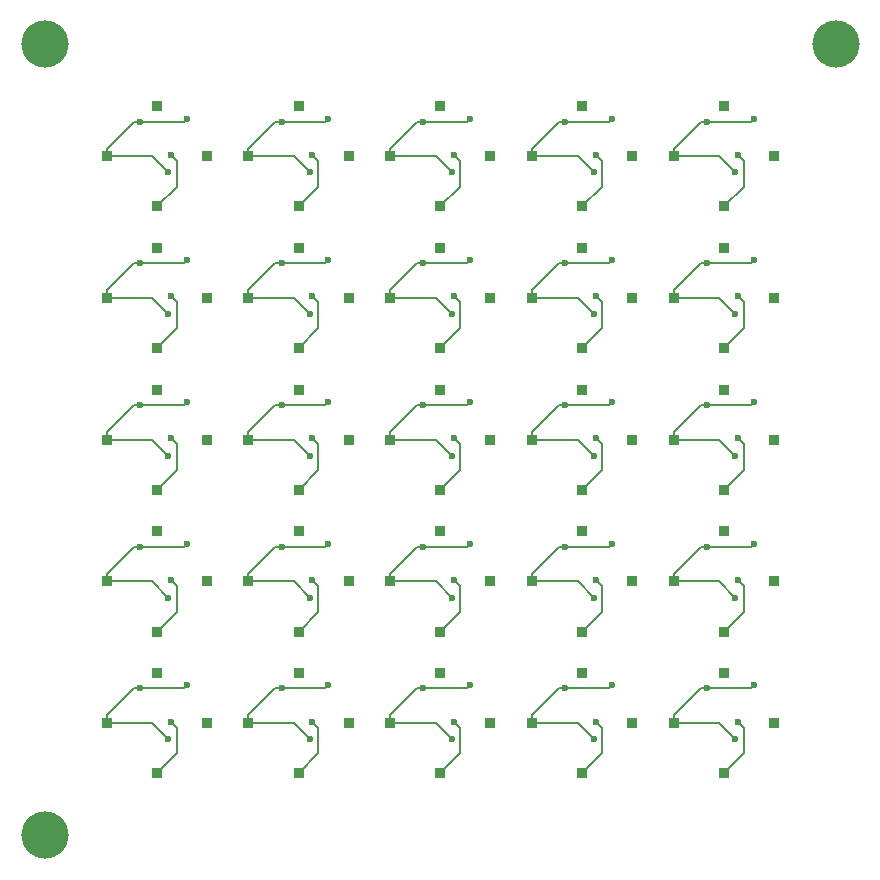
<source format=gbr>
%TF.GenerationSoftware,KiCad,Pcbnew,7.0.6-1.fc38*%
%TF.CreationDate,2023-07-26T15:00:37-04:00*%
%TF.ProjectId,bno085-i2c-board-v4-panel,626e6f30-3835-42d6-9932-632d626f6172,rev?*%
%TF.SameCoordinates,Original*%
%TF.FileFunction,Copper,L2,Bot*%
%TF.FilePolarity,Positive*%
%FSLAX46Y46*%
G04 Gerber Fmt 4.6, Leading zero omitted, Abs format (unit mm)*
G04 Created by KiCad (PCBNEW 7.0.6-1.fc38) date 2023-07-26 15:00:37*
%MOMM*%
%LPD*%
G01*
G04 APERTURE LIST*
%TA.AperFunction,ComponentPad*%
%ADD10R,0.850000X0.850000*%
%TD*%
%TA.AperFunction,SMDPad,CuDef*%
%ADD11C,4.000000*%
%TD*%
%TA.AperFunction,ViaPad*%
%ADD12C,0.600000*%
%TD*%
%TA.AperFunction,Conductor*%
%ADD13C,0.200000*%
%TD*%
G04 APERTURE END LIST*
D10*
%TO.P,J3,1,Pin_1*%
%TO.N,Board_16-+3.3V*%
X19749999Y-48000004D03*
%TD*%
%TO.P,J4,1,Pin_1*%
%TO.N,Board_2-GND*%
X40249999Y-12000004D03*
%TD*%
%TO.P,J1,1,Pin_1*%
%TO.N,Board_5-Net-(J1-Pin_1)*%
X11999999Y-19750004D03*
%TD*%
%TO.P,J2,1,Pin_1*%
%TO.N,Board_4-Net-(J2-Pin_1)*%
X59999999Y-16250004D03*
%TD*%
%TO.P,J2,1,Pin_1*%
%TO.N,Board_5-Net-(J2-Pin_1)*%
X11999999Y-28250004D03*
%TD*%
%TO.P,J4,1,Pin_1*%
%TO.N,Board_24-GND*%
X64249999Y-60000004D03*
%TD*%
%TO.P,J4,1,Pin_1*%
%TO.N,Board_11-GND*%
X28249999Y-36000004D03*
%TD*%
%TO.P,J3,1,Pin_1*%
%TO.N,Board_7-+3.3V*%
X31749999Y-24000004D03*
%TD*%
%TO.P,J2,1,Pin_1*%
%TO.N,Board_19-Net-(J2-Pin_1)*%
X59999999Y-52250004D03*
%TD*%
%TO.P,J4,1,Pin_1*%
%TO.N,Board_10-GND*%
X16249999Y-36000004D03*
%TD*%
%TO.P,J4,1,Pin_1*%
%TO.N,Board_19-GND*%
X64249999Y-48000004D03*
%TD*%
%TO.P,J4,1,Pin_1*%
%TO.N,Board_12-GND*%
X40249999Y-36000004D03*
%TD*%
%TO.P,J2,1,Pin_1*%
%TO.N,Board_13-Net-(J2-Pin_1)*%
X47999999Y-40250004D03*
%TD*%
%TO.P,J1,1,Pin_1*%
%TO.N,Board_7-Net-(J1-Pin_1)*%
X35999999Y-19750004D03*
%TD*%
%TO.P,J1,1,Pin_1*%
%TO.N,Board_14-Net-(J1-Pin_1)*%
X59999999Y-31750004D03*
%TD*%
%TO.P,J4,1,Pin_1*%
%TO.N,Board_4-GND*%
X64249999Y-12000004D03*
%TD*%
%TO.P,J1,1,Pin_1*%
%TO.N,Board_20-Net-(J1-Pin_1)*%
X11999999Y-55750004D03*
%TD*%
%TO.P,J2,1,Pin_1*%
%TO.N,Board_2-Net-(J2-Pin_1)*%
X35999999Y-16250004D03*
%TD*%
%TO.P,J4,1,Pin_1*%
%TO.N,Board_16-GND*%
X28249999Y-48000004D03*
%TD*%
%TO.P,J2,1,Pin_1*%
%TO.N,Board_20-Net-(J2-Pin_1)*%
X11999999Y-64250004D03*
%TD*%
%TO.P,J2,1,Pin_1*%
%TO.N,Board_16-Net-(J2-Pin_1)*%
X23999999Y-52250004D03*
%TD*%
%TO.P,J2,1,Pin_1*%
%TO.N,Board_12-Net-(J2-Pin_1)*%
X35999999Y-40250004D03*
%TD*%
%TO.P,J1,1,Pin_1*%
%TO.N,Board_2-Net-(J1-Pin_1)*%
X35999999Y-7750004D03*
%TD*%
%TO.P,J3,1,Pin_1*%
%TO.N,Board_10-+3.3V*%
X7749999Y-36000004D03*
%TD*%
%TO.P,J4,1,Pin_1*%
%TO.N,Board_13-GND*%
X52249999Y-36000004D03*
%TD*%
%TO.P,J1,1,Pin_1*%
%TO.N,Board_19-Net-(J1-Pin_1)*%
X59999999Y-43750004D03*
%TD*%
%TO.P,J1,1,Pin_1*%
%TO.N,Board_16-Net-(J1-Pin_1)*%
X23999999Y-43750004D03*
%TD*%
%TO.P,J4,1,Pin_1*%
%TO.N,Board_23-GND*%
X52249999Y-60000004D03*
%TD*%
%TO.P,J1,1,Pin_1*%
%TO.N,Board_4-Net-(J1-Pin_1)*%
X59999999Y-7750004D03*
%TD*%
%TO.P,J3,1,Pin_1*%
%TO.N,Board_8-+3.3V*%
X43749999Y-24000004D03*
%TD*%
%TO.P,J4,1,Pin_1*%
%TO.N,Board_7-GND*%
X40249999Y-24000004D03*
%TD*%
%TO.P,J3,1,Pin_1*%
%TO.N,Board_21-+3.3V*%
X19749999Y-60000004D03*
%TD*%
%TO.P,J2,1,Pin_1*%
%TO.N,Board_15-Net-(J2-Pin_1)*%
X11999999Y-52250004D03*
%TD*%
%TO.P,J2,1,Pin_1*%
%TO.N,Board_7-Net-(J2-Pin_1)*%
X35999999Y-28250004D03*
%TD*%
%TO.P,J3,1,Pin_1*%
%TO.N,Board_11-+3.3V*%
X19749999Y-36000004D03*
%TD*%
%TO.P,J4,1,Pin_1*%
%TO.N,Board_20-GND*%
X16249999Y-60000004D03*
%TD*%
%TO.P,J4,1,Pin_1*%
%TO.N,Board_15-GND*%
X16249999Y-48000004D03*
%TD*%
%TO.P,J3,1,Pin_1*%
%TO.N,Board_1-+3.3V*%
X19749999Y-12000004D03*
%TD*%
%TO.P,J2,1,Pin_1*%
%TO.N,Board_0-Net-(J2-Pin_1)*%
X11999999Y-16250004D03*
%TD*%
%TO.P,J4,1,Pin_1*%
%TO.N,Board_0-GND*%
X16249999Y-12000004D03*
%TD*%
%TO.P,J2,1,Pin_1*%
%TO.N,Board_6-Net-(J2-Pin_1)*%
X23999999Y-28250004D03*
%TD*%
%TO.P,J1,1,Pin_1*%
%TO.N,Board_8-Net-(J1-Pin_1)*%
X47999999Y-19750004D03*
%TD*%
%TO.P,J3,1,Pin_1*%
%TO.N,Board_0-+3.3V*%
X7749999Y-12000004D03*
%TD*%
%TO.P,J4,1,Pin_1*%
%TO.N,Board_9-GND*%
X64249999Y-24000004D03*
%TD*%
%TO.P,J2,1,Pin_1*%
%TO.N,Board_18-Net-(J2-Pin_1)*%
X47999999Y-52250004D03*
%TD*%
%TO.P,J2,1,Pin_1*%
%TO.N,Board_21-Net-(J2-Pin_1)*%
X23999999Y-64250004D03*
%TD*%
%TO.P,J1,1,Pin_1*%
%TO.N,Board_17-Net-(J1-Pin_1)*%
X35999999Y-43750004D03*
%TD*%
%TO.P,J4,1,Pin_1*%
%TO.N,Board_6-GND*%
X28249999Y-24000004D03*
%TD*%
%TO.P,J4,1,Pin_1*%
%TO.N,Board_14-GND*%
X64249999Y-36000004D03*
%TD*%
%TO.P,J1,1,Pin_1*%
%TO.N,Board_24-Net-(J1-Pin_1)*%
X59999999Y-55750004D03*
%TD*%
%TO.P,J2,1,Pin_1*%
%TO.N,Board_1-Net-(J2-Pin_1)*%
X23999999Y-16250004D03*
%TD*%
%TO.P,J1,1,Pin_1*%
%TO.N,Board_9-Net-(J1-Pin_1)*%
X59999999Y-19750004D03*
%TD*%
%TO.P,J1,1,Pin_1*%
%TO.N,Board_6-Net-(J1-Pin_1)*%
X23999999Y-19750004D03*
%TD*%
%TO.P,J1,1,Pin_1*%
%TO.N,Board_22-Net-(J1-Pin_1)*%
X35999999Y-55750004D03*
%TD*%
%TO.P,J4,1,Pin_1*%
%TO.N,Board_1-GND*%
X28249999Y-12000004D03*
%TD*%
%TO.P,J4,1,Pin_1*%
%TO.N,Board_18-GND*%
X52249999Y-48000004D03*
%TD*%
%TO.P,J3,1,Pin_1*%
%TO.N,Board_6-+3.3V*%
X19749999Y-24000004D03*
%TD*%
%TO.P,J1,1,Pin_1*%
%TO.N,Board_3-Net-(J1-Pin_1)*%
X47999999Y-7750004D03*
%TD*%
%TO.P,J1,1,Pin_1*%
%TO.N,Board_12-Net-(J1-Pin_1)*%
X35999999Y-31750004D03*
%TD*%
%TO.P,J2,1,Pin_1*%
%TO.N,Board_24-Net-(J2-Pin_1)*%
X59999999Y-64250004D03*
%TD*%
%TO.P,J3,1,Pin_1*%
%TO.N,Board_20-+3.3V*%
X7749999Y-60000004D03*
%TD*%
%TO.P,J3,1,Pin_1*%
%TO.N,Board_23-+3.3V*%
X43749999Y-60000004D03*
%TD*%
%TO.P,J1,1,Pin_1*%
%TO.N,Board_15-Net-(J1-Pin_1)*%
X11999999Y-43750004D03*
%TD*%
%TO.P,J1,1,Pin_1*%
%TO.N,Board_13-Net-(J1-Pin_1)*%
X47999999Y-31750004D03*
%TD*%
%TO.P,J4,1,Pin_1*%
%TO.N,Board_21-GND*%
X28249999Y-60000004D03*
%TD*%
%TO.P,J1,1,Pin_1*%
%TO.N,Board_0-Net-(J1-Pin_1)*%
X11999999Y-7750004D03*
%TD*%
%TO.P,J2,1,Pin_1*%
%TO.N,Board_23-Net-(J2-Pin_1)*%
X47999999Y-64250004D03*
%TD*%
%TO.P,J4,1,Pin_1*%
%TO.N,Board_8-GND*%
X52249999Y-24000004D03*
%TD*%
%TO.P,J3,1,Pin_1*%
%TO.N,Board_9-+3.3V*%
X55749999Y-24000004D03*
%TD*%
%TO.P,J3,1,Pin_1*%
%TO.N,Board_24-+3.3V*%
X55749999Y-60000004D03*
%TD*%
%TO.P,J3,1,Pin_1*%
%TO.N,Board_15-+3.3V*%
X7749999Y-48000004D03*
%TD*%
%TO.P,J3,1,Pin_1*%
%TO.N,Board_13-+3.3V*%
X43749999Y-36000004D03*
%TD*%
%TO.P,J3,1,Pin_1*%
%TO.N,Board_14-+3.3V*%
X55749999Y-36000004D03*
%TD*%
%TO.P,J3,1,Pin_1*%
%TO.N,Board_2-+3.3V*%
X31749999Y-12000004D03*
%TD*%
%TO.P,J1,1,Pin_1*%
%TO.N,Board_18-Net-(J1-Pin_1)*%
X47999999Y-43750004D03*
%TD*%
%TO.P,J1,1,Pin_1*%
%TO.N,Board_21-Net-(J1-Pin_1)*%
X23999999Y-55750004D03*
%TD*%
%TO.P,J4,1,Pin_1*%
%TO.N,Board_17-GND*%
X40249999Y-48000004D03*
%TD*%
%TO.P,J4,1,Pin_1*%
%TO.N,Board_22-GND*%
X40249999Y-60000004D03*
%TD*%
%TO.P,J1,1,Pin_1*%
%TO.N,Board_23-Net-(J1-Pin_1)*%
X47999999Y-55750004D03*
%TD*%
%TO.P,J2,1,Pin_1*%
%TO.N,Board_17-Net-(J2-Pin_1)*%
X35999999Y-52250004D03*
%TD*%
%TO.P,J3,1,Pin_1*%
%TO.N,Board_18-+3.3V*%
X43749999Y-48000004D03*
%TD*%
%TO.P,J3,1,Pin_1*%
%TO.N,Board_3-+3.3V*%
X43749999Y-12000004D03*
%TD*%
%TO.P,J2,1,Pin_1*%
%TO.N,Board_14-Net-(J2-Pin_1)*%
X59999999Y-40250004D03*
%TD*%
%TO.P,J3,1,Pin_1*%
%TO.N,Board_17-+3.3V*%
X31749999Y-48000004D03*
%TD*%
%TO.P,J2,1,Pin_1*%
%TO.N,Board_3-Net-(J2-Pin_1)*%
X47999999Y-16250004D03*
%TD*%
%TO.P,J3,1,Pin_1*%
%TO.N,Board_5-+3.3V*%
X7749999Y-24000004D03*
%TD*%
%TO.P,J3,1,Pin_1*%
%TO.N,Board_4-+3.3V*%
X55749999Y-12000004D03*
%TD*%
%TO.P,J2,1,Pin_1*%
%TO.N,Board_22-Net-(J2-Pin_1)*%
X35999999Y-64250004D03*
%TD*%
%TO.P,J2,1,Pin_1*%
%TO.N,Board_10-Net-(J2-Pin_1)*%
X11999999Y-40250004D03*
%TD*%
%TO.P,J3,1,Pin_1*%
%TO.N,Board_22-+3.3V*%
X31749999Y-60000004D03*
%TD*%
%TO.P,J2,1,Pin_1*%
%TO.N,Board_11-Net-(J2-Pin_1)*%
X23999999Y-40250004D03*
%TD*%
%TO.P,J2,1,Pin_1*%
%TO.N,Board_8-Net-(J2-Pin_1)*%
X47999999Y-28250004D03*
%TD*%
%TO.P,J3,1,Pin_1*%
%TO.N,Board_12-+3.3V*%
X31749999Y-36000004D03*
%TD*%
%TO.P,J1,1,Pin_1*%
%TO.N,Board_1-Net-(J1-Pin_1)*%
X23999999Y-7750004D03*
%TD*%
%TO.P,J1,1,Pin_1*%
%TO.N,Board_11-Net-(J1-Pin_1)*%
X23999999Y-31750004D03*
%TD*%
%TO.P,J3,1,Pin_1*%
%TO.N,Board_19-+3.3V*%
X55749999Y-48000004D03*
%TD*%
%TO.P,J4,1,Pin_1*%
%TO.N,Board_3-GND*%
X52249999Y-12000004D03*
%TD*%
%TO.P,J2,1,Pin_1*%
%TO.N,Board_9-Net-(J2-Pin_1)*%
X59999999Y-28250004D03*
%TD*%
%TO.P,J4,1,Pin_1*%
%TO.N,Board_5-GND*%
X16249999Y-24000004D03*
%TD*%
%TO.P,J1,1,Pin_1*%
%TO.N,Board_10-Net-(J1-Pin_1)*%
X11999999Y-31750004D03*
%TD*%
D11*
%TO.P,REF\u002A\u002A,*%
%TO.N,*%
X2500000Y-2500000D03*
%TD*%
%TO.P,REF\u002A\u002A,*%
%TO.N,*%
X2500000Y-69500004D03*
%TD*%
%TO.P,REF\u002A\u002A,*%
%TO.N,*%
X69499999Y-2500000D03*
%TD*%
D12*
%TO.N,Board_0-+3.3V*%
X12979999Y-13360004D03*
X10579999Y-9060004D03*
X14534999Y-8805004D03*
%TO.N,Board_0-Net-(J2-Pin_1)*%
X13179999Y-11860004D03*
%TO.N,Board_1-+3.3V*%
X24979999Y-13360004D03*
X26534999Y-8805004D03*
X22579999Y-9060004D03*
%TO.N,Board_1-Net-(J2-Pin_1)*%
X25179999Y-11860004D03*
%TO.N,Board_2-+3.3V*%
X38534999Y-8805004D03*
X36979999Y-13360004D03*
X34579999Y-9060004D03*
%TO.N,Board_2-Net-(J2-Pin_1)*%
X37179999Y-11860004D03*
%TO.N,Board_3-+3.3V*%
X46579999Y-9060004D03*
X48979999Y-13360004D03*
X50534999Y-8805004D03*
%TO.N,Board_3-Net-(J2-Pin_1)*%
X49179999Y-11860004D03*
%TO.N,Board_4-+3.3V*%
X62534999Y-8805004D03*
X58579999Y-9060004D03*
X60979999Y-13360004D03*
%TO.N,Board_4-Net-(J2-Pin_1)*%
X61179999Y-11860004D03*
%TO.N,Board_5-+3.3V*%
X10579999Y-21060004D03*
X14534999Y-20805004D03*
X12979999Y-25360004D03*
%TO.N,Board_5-Net-(J2-Pin_1)*%
X13179999Y-23860004D03*
%TO.N,Board_6-+3.3V*%
X26534999Y-20805004D03*
X24979999Y-25360004D03*
X22579999Y-21060004D03*
%TO.N,Board_6-Net-(J2-Pin_1)*%
X25179999Y-23860004D03*
%TO.N,Board_7-+3.3V*%
X38534999Y-20805004D03*
X34579999Y-21060004D03*
X36979999Y-25360004D03*
%TO.N,Board_7-Net-(J2-Pin_1)*%
X37179999Y-23860004D03*
%TO.N,Board_8-+3.3V*%
X46579999Y-21060004D03*
X50534999Y-20805004D03*
X48979999Y-25360004D03*
%TO.N,Board_8-Net-(J2-Pin_1)*%
X49179999Y-23860004D03*
%TO.N,Board_9-+3.3V*%
X62534999Y-20805004D03*
X60979999Y-25360004D03*
X58579999Y-21060004D03*
%TO.N,Board_9-Net-(J2-Pin_1)*%
X61179999Y-23860004D03*
%TO.N,Board_10-+3.3V*%
X10579999Y-33060004D03*
X12979999Y-37360004D03*
X14534999Y-32805004D03*
%TO.N,Board_10-Net-(J2-Pin_1)*%
X13179999Y-35860004D03*
%TO.N,Board_11-+3.3V*%
X26534999Y-32805004D03*
X22579999Y-33060004D03*
X24979999Y-37360004D03*
%TO.N,Board_11-Net-(J2-Pin_1)*%
X25179999Y-35860004D03*
%TO.N,Board_12-+3.3V*%
X38534999Y-32805004D03*
X36979999Y-37360004D03*
X34579999Y-33060004D03*
%TO.N,Board_12-Net-(J2-Pin_1)*%
X37179999Y-35860004D03*
%TO.N,Board_13-+3.3V*%
X46579999Y-33060004D03*
X50534999Y-32805004D03*
X48979999Y-37360004D03*
%TO.N,Board_13-Net-(J2-Pin_1)*%
X49179999Y-35860004D03*
%TO.N,Board_14-+3.3V*%
X62534999Y-32805004D03*
X58579999Y-33060004D03*
X60979999Y-37360004D03*
%TO.N,Board_14-Net-(J2-Pin_1)*%
X61179999Y-35860004D03*
%TO.N,Board_15-+3.3V*%
X10579999Y-45060004D03*
X12979999Y-49360004D03*
X14534999Y-44805004D03*
%TO.N,Board_15-Net-(J2-Pin_1)*%
X13179999Y-47860004D03*
%TO.N,Board_16-+3.3V*%
X26534999Y-44805004D03*
X24979999Y-49360004D03*
X22579999Y-45060004D03*
%TO.N,Board_16-Net-(J2-Pin_1)*%
X25179999Y-47860004D03*
%TO.N,Board_17-+3.3V*%
X36979999Y-49360004D03*
X34579999Y-45060004D03*
X38534999Y-44805004D03*
%TO.N,Board_17-Net-(J2-Pin_1)*%
X37179999Y-47860004D03*
%TO.N,Board_18-+3.3V*%
X46579999Y-45060004D03*
X48979999Y-49360004D03*
X50534999Y-44805004D03*
%TO.N,Board_18-Net-(J2-Pin_1)*%
X49179999Y-47860004D03*
%TO.N,Board_19-+3.3V*%
X58579999Y-45060004D03*
X60979999Y-49360004D03*
X62534999Y-44805004D03*
%TO.N,Board_19-Net-(J2-Pin_1)*%
X61179999Y-47860004D03*
%TO.N,Board_20-+3.3V*%
X10579999Y-57060004D03*
X14534999Y-56805004D03*
X12979999Y-61360004D03*
%TO.N,Board_20-Net-(J2-Pin_1)*%
X13179999Y-59860004D03*
%TO.N,Board_21-+3.3V*%
X26534999Y-56805004D03*
X24979999Y-61360004D03*
X22579999Y-57060004D03*
%TO.N,Board_21-Net-(J2-Pin_1)*%
X25179999Y-59860004D03*
%TO.N,Board_22-+3.3V*%
X36979999Y-61360004D03*
X38534999Y-56805004D03*
X34579999Y-57060004D03*
%TO.N,Board_22-Net-(J2-Pin_1)*%
X37179999Y-59860004D03*
%TO.N,Board_23-+3.3V*%
X48979999Y-61360004D03*
X46579999Y-57060004D03*
X50534999Y-56805004D03*
%TO.N,Board_23-Net-(J2-Pin_1)*%
X49179999Y-59860004D03*
%TO.N,Board_24-+3.3V*%
X60979999Y-61360004D03*
X62534999Y-56805004D03*
X58579999Y-57060004D03*
%TO.N,Board_24-Net-(J2-Pin_1)*%
X61179999Y-59860004D03*
%TD*%
D13*
%TO.N,Board_0-+3.3V*%
X14279999Y-9060004D02*
X14534999Y-8805004D01*
X7749999Y-11344744D02*
X10034739Y-9060004D01*
X10579999Y-9060004D02*
X14279999Y-9060004D01*
X7749999Y-12000004D02*
X7749999Y-11344744D01*
X11619999Y-12000004D02*
X12979999Y-13360004D01*
X7749999Y-12000004D02*
X11619999Y-12000004D01*
X10034739Y-9060004D02*
X10579999Y-9060004D01*
%TO.N,Board_0-Net-(J2-Pin_1)*%
X11999999Y-16250004D02*
X13688387Y-14561616D01*
X13688387Y-14561616D02*
X13688387Y-12368392D01*
X13688387Y-12368392D02*
X13179999Y-11860004D01*
%TO.N,Board_1-+3.3V*%
X19749999Y-12000004D02*
X23619999Y-12000004D01*
X19749999Y-12000004D02*
X19749999Y-11344744D01*
X22579999Y-9060004D02*
X26279999Y-9060004D01*
X19749999Y-11344744D02*
X22034739Y-9060004D01*
X22034739Y-9060004D02*
X22579999Y-9060004D01*
X23619999Y-12000004D02*
X24979999Y-13360004D01*
X26279999Y-9060004D02*
X26534999Y-8805004D01*
%TO.N,Board_1-Net-(J2-Pin_1)*%
X25688387Y-14561616D02*
X25688387Y-12368392D01*
X25688387Y-12368392D02*
X25179999Y-11860004D01*
X23999999Y-16250004D02*
X25688387Y-14561616D01*
%TO.N,Board_2-+3.3V*%
X38279999Y-9060004D02*
X38534999Y-8805004D01*
X34579999Y-9060004D02*
X38279999Y-9060004D01*
X31749999Y-12000004D02*
X35619999Y-12000004D01*
X34034739Y-9060004D02*
X34579999Y-9060004D01*
X31749999Y-11344744D02*
X34034739Y-9060004D01*
X35619999Y-12000004D02*
X36979999Y-13360004D01*
X31749999Y-12000004D02*
X31749999Y-11344744D01*
%TO.N,Board_2-Net-(J2-Pin_1)*%
X37688387Y-12368392D02*
X37179999Y-11860004D01*
X37688387Y-14561616D02*
X37688387Y-12368392D01*
X35999999Y-16250004D02*
X37688387Y-14561616D01*
%TO.N,Board_3-+3.3V*%
X47619999Y-12000004D02*
X48979999Y-13360004D01*
X43749999Y-12000004D02*
X43749999Y-11344744D01*
X43749999Y-11344744D02*
X46034739Y-9060004D01*
X46034739Y-9060004D02*
X46579999Y-9060004D01*
X46579999Y-9060004D02*
X50279999Y-9060004D01*
X43749999Y-12000004D02*
X47619999Y-12000004D01*
X50279999Y-9060004D02*
X50534999Y-8805004D01*
%TO.N,Board_3-Net-(J2-Pin_1)*%
X47999999Y-16250004D02*
X49688387Y-14561616D01*
X49688387Y-12368392D02*
X49179999Y-11860004D01*
X49688387Y-14561616D02*
X49688387Y-12368392D01*
%TO.N,Board_4-+3.3V*%
X59619999Y-12000004D02*
X60979999Y-13360004D01*
X58579999Y-9060004D02*
X62279999Y-9060004D01*
X55749999Y-12000004D02*
X55749999Y-11344744D01*
X55749999Y-11344744D02*
X58034739Y-9060004D01*
X62279999Y-9060004D02*
X62534999Y-8805004D01*
X58034739Y-9060004D02*
X58579999Y-9060004D01*
X55749999Y-12000004D02*
X59619999Y-12000004D01*
%TO.N,Board_4-Net-(J2-Pin_1)*%
X61688387Y-14561616D02*
X61688387Y-12368392D01*
X59999999Y-16250004D02*
X61688387Y-14561616D01*
X61688387Y-12368392D02*
X61179999Y-11860004D01*
%TO.N,Board_5-+3.3V*%
X7749999Y-24000004D02*
X11619999Y-24000004D01*
X11619999Y-24000004D02*
X12979999Y-25360004D01*
X10034739Y-21060004D02*
X10579999Y-21060004D01*
X10579999Y-21060004D02*
X14279999Y-21060004D01*
X14279999Y-21060004D02*
X14534999Y-20805004D01*
X7749999Y-24000004D02*
X7749999Y-23344744D01*
X7749999Y-23344744D02*
X10034739Y-21060004D01*
%TO.N,Board_5-Net-(J2-Pin_1)*%
X13688387Y-24368392D02*
X13179999Y-23860004D01*
X13688387Y-26561616D02*
X13688387Y-24368392D01*
X11999999Y-28250004D02*
X13688387Y-26561616D01*
%TO.N,Board_6-+3.3V*%
X26279999Y-21060004D02*
X26534999Y-20805004D01*
X19749999Y-23344744D02*
X22034739Y-21060004D01*
X23619999Y-24000004D02*
X24979999Y-25360004D01*
X19749999Y-24000004D02*
X23619999Y-24000004D01*
X19749999Y-24000004D02*
X19749999Y-23344744D01*
X22034739Y-21060004D02*
X22579999Y-21060004D01*
X22579999Y-21060004D02*
X26279999Y-21060004D01*
%TO.N,Board_6-Net-(J2-Pin_1)*%
X25688387Y-26561616D02*
X25688387Y-24368392D01*
X23999999Y-28250004D02*
X25688387Y-26561616D01*
X25688387Y-24368392D02*
X25179999Y-23860004D01*
%TO.N,Board_7-+3.3V*%
X31749999Y-24000004D02*
X35619999Y-24000004D01*
X38279999Y-21060004D02*
X38534999Y-20805004D01*
X34579999Y-21060004D02*
X38279999Y-21060004D01*
X34034739Y-21060004D02*
X34579999Y-21060004D01*
X35619999Y-24000004D02*
X36979999Y-25360004D01*
X31749999Y-23344744D02*
X34034739Y-21060004D01*
X31749999Y-24000004D02*
X31749999Y-23344744D01*
%TO.N,Board_7-Net-(J2-Pin_1)*%
X37688387Y-26561616D02*
X37688387Y-24368392D01*
X35999999Y-28250004D02*
X37688387Y-26561616D01*
X37688387Y-24368392D02*
X37179999Y-23860004D01*
%TO.N,Board_8-+3.3V*%
X46579999Y-21060004D02*
X50279999Y-21060004D01*
X47619999Y-24000004D02*
X48979999Y-25360004D01*
X50279999Y-21060004D02*
X50534999Y-20805004D01*
X43749999Y-24000004D02*
X43749999Y-23344744D01*
X43749999Y-24000004D02*
X47619999Y-24000004D01*
X46034739Y-21060004D02*
X46579999Y-21060004D01*
X43749999Y-23344744D02*
X46034739Y-21060004D01*
%TO.N,Board_8-Net-(J2-Pin_1)*%
X47999999Y-28250004D02*
X49688387Y-26561616D01*
X49688387Y-24368392D02*
X49179999Y-23860004D01*
X49688387Y-26561616D02*
X49688387Y-24368392D01*
%TO.N,Board_9-+3.3V*%
X55749999Y-24000004D02*
X55749999Y-23344744D01*
X55749999Y-23344744D02*
X58034739Y-21060004D01*
X55749999Y-24000004D02*
X59619999Y-24000004D01*
X58034739Y-21060004D02*
X58579999Y-21060004D01*
X62279999Y-21060004D02*
X62534999Y-20805004D01*
X59619999Y-24000004D02*
X60979999Y-25360004D01*
X58579999Y-21060004D02*
X62279999Y-21060004D01*
%TO.N,Board_9-Net-(J2-Pin_1)*%
X61688387Y-26561616D02*
X61688387Y-24368392D01*
X61688387Y-24368392D02*
X61179999Y-23860004D01*
X59999999Y-28250004D02*
X61688387Y-26561616D01*
%TO.N,Board_10-+3.3V*%
X7749999Y-36000004D02*
X11619999Y-36000004D01*
X7749999Y-35344744D02*
X10034739Y-33060004D01*
X7749999Y-36000004D02*
X7749999Y-35344744D01*
X10034739Y-33060004D02*
X10579999Y-33060004D01*
X11619999Y-36000004D02*
X12979999Y-37360004D01*
X14279999Y-33060004D02*
X14534999Y-32805004D01*
X10579999Y-33060004D02*
X14279999Y-33060004D01*
%TO.N,Board_10-Net-(J2-Pin_1)*%
X13688387Y-36368392D02*
X13179999Y-35860004D01*
X11999999Y-40250004D02*
X13688387Y-38561616D01*
X13688387Y-38561616D02*
X13688387Y-36368392D01*
%TO.N,Board_11-+3.3V*%
X19749999Y-35344744D02*
X22034739Y-33060004D01*
X22579999Y-33060004D02*
X26279999Y-33060004D01*
X19749999Y-36000004D02*
X19749999Y-35344744D01*
X22034739Y-33060004D02*
X22579999Y-33060004D01*
X26279999Y-33060004D02*
X26534999Y-32805004D01*
X23619999Y-36000004D02*
X24979999Y-37360004D01*
X19749999Y-36000004D02*
X23619999Y-36000004D01*
%TO.N,Board_11-Net-(J2-Pin_1)*%
X25688387Y-36368392D02*
X25179999Y-35860004D01*
X23999999Y-40250004D02*
X25688387Y-38561616D01*
X25688387Y-38561616D02*
X25688387Y-36368392D01*
%TO.N,Board_12-+3.3V*%
X38279999Y-33060004D02*
X38534999Y-32805004D01*
X35619999Y-36000004D02*
X36979999Y-37360004D01*
X34034739Y-33060004D02*
X34579999Y-33060004D01*
X31749999Y-36000004D02*
X31749999Y-35344744D01*
X34579999Y-33060004D02*
X38279999Y-33060004D01*
X31749999Y-36000004D02*
X35619999Y-36000004D01*
X31749999Y-35344744D02*
X34034739Y-33060004D01*
%TO.N,Board_12-Net-(J2-Pin_1)*%
X37688387Y-38561616D02*
X37688387Y-36368392D01*
X37688387Y-36368392D02*
X37179999Y-35860004D01*
X35999999Y-40250004D02*
X37688387Y-38561616D01*
%TO.N,Board_13-+3.3V*%
X43749999Y-36000004D02*
X47619999Y-36000004D01*
X46579999Y-33060004D02*
X50279999Y-33060004D01*
X47619999Y-36000004D02*
X48979999Y-37360004D01*
X46034739Y-33060004D02*
X46579999Y-33060004D01*
X43749999Y-36000004D02*
X43749999Y-35344744D01*
X50279999Y-33060004D02*
X50534999Y-32805004D01*
X43749999Y-35344744D02*
X46034739Y-33060004D01*
%TO.N,Board_13-Net-(J2-Pin_1)*%
X49688387Y-38561616D02*
X49688387Y-36368392D01*
X47999999Y-40250004D02*
X49688387Y-38561616D01*
X49688387Y-36368392D02*
X49179999Y-35860004D01*
%TO.N,Board_14-+3.3V*%
X55749999Y-36000004D02*
X55749999Y-35344744D01*
X62279999Y-33060004D02*
X62534999Y-32805004D01*
X55749999Y-35344744D02*
X58034739Y-33060004D01*
X59619999Y-36000004D02*
X60979999Y-37360004D01*
X58579999Y-33060004D02*
X62279999Y-33060004D01*
X55749999Y-36000004D02*
X59619999Y-36000004D01*
X58034739Y-33060004D02*
X58579999Y-33060004D01*
%TO.N,Board_14-Net-(J2-Pin_1)*%
X61688387Y-36368392D02*
X61179999Y-35860004D01*
X61688387Y-38561616D02*
X61688387Y-36368392D01*
X59999999Y-40250004D02*
X61688387Y-38561616D01*
%TO.N,Board_15-+3.3V*%
X14279999Y-45060004D02*
X14534999Y-44805004D01*
X7749999Y-47344744D02*
X10034739Y-45060004D01*
X10579999Y-45060004D02*
X14279999Y-45060004D01*
X7749999Y-48000004D02*
X7749999Y-47344744D01*
X7749999Y-48000004D02*
X11619999Y-48000004D01*
X10034739Y-45060004D02*
X10579999Y-45060004D01*
X11619999Y-48000004D02*
X12979999Y-49360004D01*
%TO.N,Board_15-Net-(J2-Pin_1)*%
X11999999Y-52250004D02*
X13688387Y-50561616D01*
X13688387Y-48368392D02*
X13179999Y-47860004D01*
X13688387Y-50561616D02*
X13688387Y-48368392D01*
%TO.N,Board_16-+3.3V*%
X22579999Y-45060004D02*
X26279999Y-45060004D01*
X19749999Y-48000004D02*
X23619999Y-48000004D01*
X23619999Y-48000004D02*
X24979999Y-49360004D01*
X22034739Y-45060004D02*
X22579999Y-45060004D01*
X19749999Y-48000004D02*
X19749999Y-47344744D01*
X19749999Y-47344744D02*
X22034739Y-45060004D01*
X26279999Y-45060004D02*
X26534999Y-44805004D01*
%TO.N,Board_16-Net-(J2-Pin_1)*%
X23999999Y-52250004D02*
X25688387Y-50561616D01*
X25688387Y-50561616D02*
X25688387Y-48368392D01*
X25688387Y-48368392D02*
X25179999Y-47860004D01*
%TO.N,Board_17-+3.3V*%
X34034739Y-45060004D02*
X34579999Y-45060004D01*
X38279999Y-45060004D02*
X38534999Y-44805004D01*
X31749999Y-48000004D02*
X35619999Y-48000004D01*
X35619999Y-48000004D02*
X36979999Y-49360004D01*
X31749999Y-48000004D02*
X31749999Y-47344744D01*
X31749999Y-47344744D02*
X34034739Y-45060004D01*
X34579999Y-45060004D02*
X38279999Y-45060004D01*
%TO.N,Board_17-Net-(J2-Pin_1)*%
X37688387Y-50561616D02*
X37688387Y-48368392D01*
X37688387Y-48368392D02*
X37179999Y-47860004D01*
X35999999Y-52250004D02*
X37688387Y-50561616D01*
%TO.N,Board_18-+3.3V*%
X47619999Y-48000004D02*
X48979999Y-49360004D01*
X43749999Y-47344744D02*
X46034739Y-45060004D01*
X50279999Y-45060004D02*
X50534999Y-44805004D01*
X43749999Y-48000004D02*
X43749999Y-47344744D01*
X43749999Y-48000004D02*
X47619999Y-48000004D01*
X46034739Y-45060004D02*
X46579999Y-45060004D01*
X46579999Y-45060004D02*
X50279999Y-45060004D01*
%TO.N,Board_18-Net-(J2-Pin_1)*%
X49688387Y-48368392D02*
X49179999Y-47860004D01*
X49688387Y-50561616D02*
X49688387Y-48368392D01*
X47999999Y-52250004D02*
X49688387Y-50561616D01*
%TO.N,Board_19-+3.3V*%
X55749999Y-48000004D02*
X59619999Y-48000004D01*
X59619999Y-48000004D02*
X60979999Y-49360004D01*
X55749999Y-48000004D02*
X55749999Y-47344744D01*
X55749999Y-47344744D02*
X58034739Y-45060004D01*
X58579999Y-45060004D02*
X62279999Y-45060004D01*
X62279999Y-45060004D02*
X62534999Y-44805004D01*
X58034739Y-45060004D02*
X58579999Y-45060004D01*
%TO.N,Board_19-Net-(J2-Pin_1)*%
X59999999Y-52250004D02*
X61688387Y-50561616D01*
X61688387Y-50561616D02*
X61688387Y-48368392D01*
X61688387Y-48368392D02*
X61179999Y-47860004D01*
%TO.N,Board_20-+3.3V*%
X10034739Y-57060004D02*
X10579999Y-57060004D01*
X11619999Y-60000004D02*
X12979999Y-61360004D01*
X7749999Y-59344744D02*
X10034739Y-57060004D01*
X14279999Y-57060004D02*
X14534999Y-56805004D01*
X10579999Y-57060004D02*
X14279999Y-57060004D01*
X7749999Y-60000004D02*
X7749999Y-59344744D01*
X7749999Y-60000004D02*
X11619999Y-60000004D01*
%TO.N,Board_20-Net-(J2-Pin_1)*%
X11999999Y-64250004D02*
X13688387Y-62561616D01*
X13688387Y-60368392D02*
X13179999Y-59860004D01*
X13688387Y-62561616D02*
X13688387Y-60368392D01*
%TO.N,Board_21-+3.3V*%
X23619999Y-60000004D02*
X24979999Y-61360004D01*
X22034739Y-57060004D02*
X22579999Y-57060004D01*
X19749999Y-59344744D02*
X22034739Y-57060004D01*
X22579999Y-57060004D02*
X26279999Y-57060004D01*
X26279999Y-57060004D02*
X26534999Y-56805004D01*
X19749999Y-60000004D02*
X23619999Y-60000004D01*
X19749999Y-60000004D02*
X19749999Y-59344744D01*
%TO.N,Board_21-Net-(J2-Pin_1)*%
X25688387Y-62561616D02*
X25688387Y-60368392D01*
X25688387Y-60368392D02*
X25179999Y-59860004D01*
X23999999Y-64250004D02*
X25688387Y-62561616D01*
%TO.N,Board_22-+3.3V*%
X34579999Y-57060004D02*
X38279999Y-57060004D01*
X31749999Y-60000004D02*
X35619999Y-60000004D01*
X38279999Y-57060004D02*
X38534999Y-56805004D01*
X31749999Y-60000004D02*
X31749999Y-59344744D01*
X31749999Y-59344744D02*
X34034739Y-57060004D01*
X35619999Y-60000004D02*
X36979999Y-61360004D01*
X34034739Y-57060004D02*
X34579999Y-57060004D01*
%TO.N,Board_22-Net-(J2-Pin_1)*%
X37688387Y-60368392D02*
X37179999Y-59860004D01*
X37688387Y-62561616D02*
X37688387Y-60368392D01*
X35999999Y-64250004D02*
X37688387Y-62561616D01*
%TO.N,Board_23-+3.3V*%
X43749999Y-60000004D02*
X43749999Y-59344744D01*
X46579999Y-57060004D02*
X50279999Y-57060004D01*
X50279999Y-57060004D02*
X50534999Y-56805004D01*
X47619999Y-60000004D02*
X48979999Y-61360004D01*
X46034739Y-57060004D02*
X46579999Y-57060004D01*
X43749999Y-60000004D02*
X47619999Y-60000004D01*
X43749999Y-59344744D02*
X46034739Y-57060004D01*
%TO.N,Board_23-Net-(J2-Pin_1)*%
X47999999Y-64250004D02*
X49688387Y-62561616D01*
X49688387Y-60368392D02*
X49179999Y-59860004D01*
X49688387Y-62561616D02*
X49688387Y-60368392D01*
%TO.N,Board_24-+3.3V*%
X59619999Y-60000004D02*
X60979999Y-61360004D01*
X58579999Y-57060004D02*
X62279999Y-57060004D01*
X58034739Y-57060004D02*
X58579999Y-57060004D01*
X62279999Y-57060004D02*
X62534999Y-56805004D01*
X55749999Y-59344744D02*
X58034739Y-57060004D01*
X55749999Y-60000004D02*
X55749999Y-59344744D01*
X55749999Y-60000004D02*
X59619999Y-60000004D01*
%TO.N,Board_24-Net-(J2-Pin_1)*%
X61688387Y-60368392D02*
X61179999Y-59860004D01*
X59999999Y-64250004D02*
X61688387Y-62561616D01*
X61688387Y-62561616D02*
X61688387Y-60368392D01*
%TD*%
M02*

</source>
